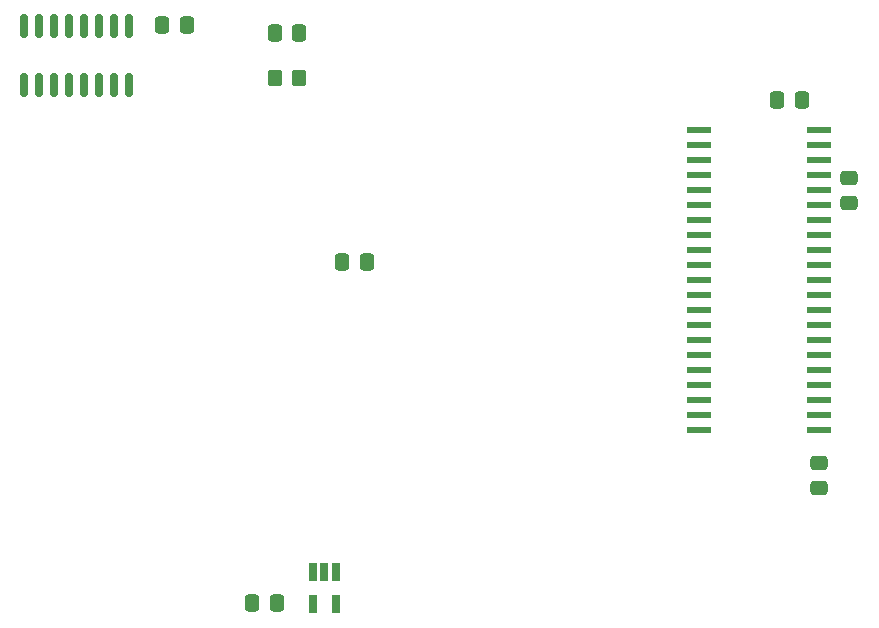
<source format=gbr>
G04 #@! TF.GenerationSoftware,KiCad,Pcbnew,5.99.0-1.20210607git4c293e0.fc34*
G04 #@! TF.CreationDate,2021-06-10T07:48:18+01:00*
G04 #@! TF.ProjectId,A500-2Meg,41353030-2d32-44d6-9567-2e6b69636164,rev?*
G04 #@! TF.SameCoordinates,Original*
G04 #@! TF.FileFunction,Paste,Bot*
G04 #@! TF.FilePolarity,Positive*
%FSLAX46Y46*%
G04 Gerber Fmt 4.6, Leading zero omitted, Abs format (unit mm)*
G04 Created by KiCad (PCBNEW 5.99.0-1.20210607git4c293e0.fc34) date 2021-06-10 07:48:18*
%MOMM*%
%LPD*%
G01*
G04 APERTURE LIST*
G04 Aperture macros list*
%AMRoundRect*
0 Rectangle with rounded corners*
0 $1 Rounding radius*
0 $2 $3 $4 $5 $6 $7 $8 $9 X,Y pos of 4 corners*
0 Add a 4 corners polygon primitive as box body*
4,1,4,$2,$3,$4,$5,$6,$7,$8,$9,$2,$3,0*
0 Add four circle primitives for the rounded corners*
1,1,$1+$1,$2,$3*
1,1,$1+$1,$4,$5*
1,1,$1+$1,$6,$7*
1,1,$1+$1,$8,$9*
0 Add four rect primitives between the rounded corners*
20,1,$1+$1,$2,$3,$4,$5,0*
20,1,$1+$1,$4,$5,$6,$7,0*
20,1,$1+$1,$6,$7,$8,$9,0*
20,1,$1+$1,$8,$9,$2,$3,0*%
G04 Aperture macros list end*
%ADD10RoundRect,0.250000X-0.475000X0.337500X-0.475000X-0.337500X0.475000X-0.337500X0.475000X0.337500X0*%
%ADD11RoundRect,0.250000X-0.337500X-0.475000X0.337500X-0.475000X0.337500X0.475000X-0.337500X0.475000X0*%
%ADD12RoundRect,0.250000X0.337500X0.475000X-0.337500X0.475000X-0.337500X-0.475000X0.337500X-0.475000X0*%
%ADD13RoundRect,0.150000X0.150000X-0.825000X0.150000X0.825000X-0.150000X0.825000X-0.150000X-0.825000X0*%
%ADD14R,2.032000X0.508000*%
%ADD15RoundRect,0.250000X0.475000X-0.337500X0.475000X0.337500X-0.475000X0.337500X-0.475000X-0.337500X0*%
%ADD16RoundRect,0.250000X-0.350000X-0.450000X0.350000X-0.450000X0.350000X0.450000X-0.350000X0.450000X0*%
%ADD17R,0.650000X1.560000*%
G04 APERTURE END LIST*
D10*
G04 #@! TO.C,C6*
X180975000Y-63732500D03*
X180975000Y-65807500D03*
G04 #@! TD*
D11*
G04 #@! TO.C,C5*
X125327500Y-26670000D03*
X127402500Y-26670000D03*
G04 #@! TD*
D12*
G04 #@! TO.C,C1*
X135022500Y-75565000D03*
X132947500Y-75565000D03*
G04 #@! TD*
D13*
G04 #@! TO.C,U4*
X122555000Y-31685000D03*
X121285000Y-31685000D03*
X120015000Y-31685000D03*
X118745000Y-31685000D03*
X117475000Y-31685000D03*
X116205000Y-31685000D03*
X114935000Y-31685000D03*
X113665000Y-31685000D03*
X113665000Y-26735000D03*
X114935000Y-26735000D03*
X116205000Y-26735000D03*
X117475000Y-26735000D03*
X118745000Y-26735000D03*
X120015000Y-26735000D03*
X121285000Y-26735000D03*
X122555000Y-26735000D03*
G04 #@! TD*
D14*
G04 #@! TO.C,U5*
X180975000Y-35560000D03*
X180975000Y-36830000D03*
X180975000Y-38100000D03*
X180975000Y-39370000D03*
X180975000Y-40640000D03*
X180975000Y-41910000D03*
X180975000Y-43180000D03*
X180975000Y-44450000D03*
X180975000Y-45720000D03*
X180975000Y-46990000D03*
X180975000Y-48260000D03*
X180975000Y-49530000D03*
X180975000Y-50800000D03*
X180975000Y-52070000D03*
X180975000Y-53340000D03*
X180975000Y-54610000D03*
X180975000Y-55880000D03*
X180975000Y-57150000D03*
X180975000Y-58420000D03*
X180975000Y-59690000D03*
X180975000Y-60960000D03*
X170815000Y-60960000D03*
X170815000Y-59690000D03*
X170815000Y-58420000D03*
X170815000Y-57150000D03*
X170815000Y-55880000D03*
X170815000Y-54610000D03*
X170815000Y-53340000D03*
X170815000Y-52070000D03*
X170815000Y-50800000D03*
X170815000Y-49530000D03*
X170815000Y-48260000D03*
X170815000Y-46990000D03*
X170815000Y-45720000D03*
X170815000Y-44450000D03*
X170815000Y-43180000D03*
X170815000Y-41910000D03*
X170815000Y-40640000D03*
X170815000Y-39370000D03*
X170815000Y-38100000D03*
X170815000Y-36830000D03*
X170815000Y-35560000D03*
G04 #@! TD*
D15*
G04 #@! TO.C,C3*
X183515000Y-41677500D03*
X183515000Y-39602500D03*
G04 #@! TD*
D12*
G04 #@! TO.C,C7*
X136927500Y-27305000D03*
X134852500Y-27305000D03*
G04 #@! TD*
D16*
G04 #@! TO.C,R1*
X134890000Y-31115000D03*
X136890000Y-31115000D03*
G04 #@! TD*
D17*
G04 #@! TO.C,U3*
X138115000Y-72945000D03*
X139065000Y-72945000D03*
X140015000Y-72945000D03*
X140015000Y-75645000D03*
X138115000Y-75645000D03*
G04 #@! TD*
D11*
G04 #@! TO.C,C2*
X140567500Y-46736000D03*
X142642500Y-46736000D03*
G04 #@! TD*
D12*
G04 #@! TO.C,C4*
X179472500Y-33020000D03*
X177397500Y-33020000D03*
G04 #@! TD*
M02*

</source>
